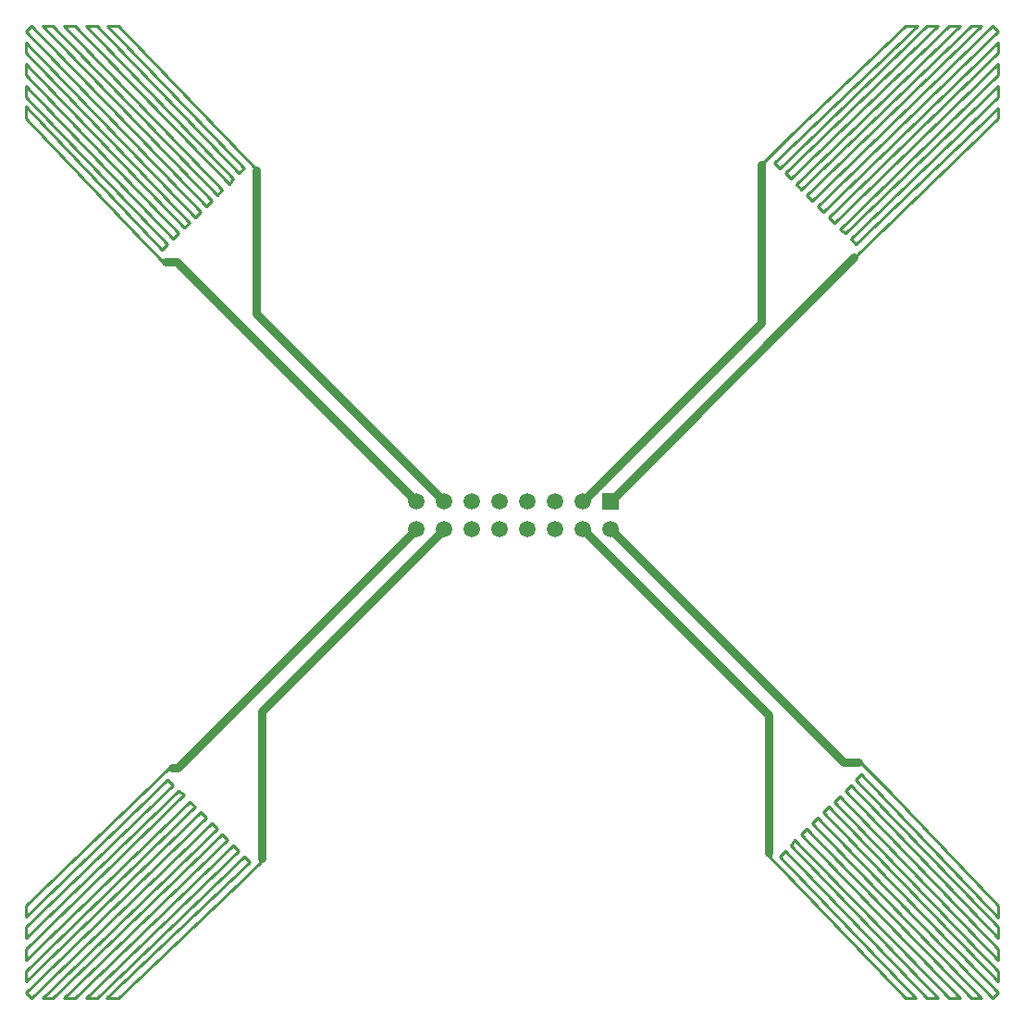
<source format=gtl>
G04 Layer_Physical_Order=1*
G04 Layer_Color=255*
%FSLAX25Y25*%
%MOIN*%
G70*
G01*
G75*
%ADD10C,0.03150*%
%ADD11C,0.01000*%
%ADD12R,0.05906X0.05906*%
%ADD13C,0.05906*%
D10*
X85039Y248661D02*
Y300394D01*
Y248661D02*
X152598Y181102D01*
X52362Y267323D02*
X56378D01*
X142598Y181102D01*
X266929Y245433D02*
Y302362D01*
X202598Y181102D02*
X266929Y245433D01*
X212598Y181102D02*
X300394Y268898D01*
X269685Y54331D02*
Y104016D01*
X202598Y171102D02*
X269685Y104016D01*
X296693Y87008D02*
X301969D01*
X212598Y171102D02*
X296693Y87008D01*
X87008Y52362D02*
Y105512D01*
X152598Y171102D01*
X54724Y85039D02*
X56535D01*
X142598Y171102D01*
D11*
X35433Y352362D02*
X84605Y301142D01*
X31496Y352362D02*
X35433D01*
X31496D02*
X80709Y301181D01*
X78740Y299213D02*
X80709Y301181D01*
X27559Y352362D02*
X78740Y299213D01*
X23622Y352362D02*
X27559D01*
X23622D02*
X76772Y297244D01*
X75197Y295276D02*
X76772Y297244D01*
X19685Y352362D02*
X75197Y295276D01*
X15748Y352362D02*
X19685D01*
X15748D02*
X72835Y293307D01*
X70866Y291339D02*
X72835Y293307D01*
X11811Y352362D02*
X70866Y291339D01*
X7874Y352362D02*
X11811D01*
X7874D02*
X68898Y289370D01*
X66929Y287402D02*
X68898Y289370D01*
X3937Y352362D02*
X66929Y287402D01*
X1969Y350394D02*
X3937Y352362D01*
X1969Y350394D02*
X64961Y285433D01*
X62992Y283465D02*
X64961Y285433D01*
X1969Y346457D02*
X62992Y283465D01*
X1969Y342520D02*
Y346457D01*
Y342520D02*
X61024Y281496D01*
X59055Y279528D02*
X61024Y281496D01*
X1969Y338583D02*
X59055Y279528D01*
X1969Y334646D02*
Y338583D01*
Y334646D02*
X57087Y277559D01*
X55118Y275591D02*
X57087Y277559D01*
X1969Y330709D02*
X55118Y275591D01*
X1969Y326772D02*
Y330709D01*
Y326772D02*
X53150Y273622D01*
X51181Y271654D02*
X53150Y273622D01*
X1969Y323228D02*
X51181Y271654D01*
X1969Y318898D02*
Y323228D01*
Y318898D02*
X41339Y277559D01*
X51181Y267717D01*
X1969Y35433D02*
X53189Y84605D01*
X1969Y31496D02*
Y35433D01*
Y31496D02*
X53150Y80709D01*
X55118Y78740D01*
X1969Y27559D02*
X55118Y78740D01*
X1969Y23622D02*
Y27559D01*
Y23622D02*
X57087Y76772D01*
X59055Y75197D01*
X1969Y19685D02*
X59055Y75197D01*
X1969Y15748D02*
Y19685D01*
Y15748D02*
X61024Y72835D01*
X62992Y70866D01*
X1969Y11811D02*
X62992Y70866D01*
X1969Y7874D02*
Y11811D01*
Y7874D02*
X64961Y68898D01*
X66929Y66929D01*
X1969Y3937D02*
X66929Y66929D01*
X1969Y3937D02*
X3937Y1969D01*
X68898Y64961D01*
X70866Y62992D01*
X7874Y1969D02*
X70866Y62992D01*
X7874Y1969D02*
X11811D01*
X72835Y61024D01*
X74803Y59055D01*
X15748Y1969D02*
X74803Y59055D01*
X15748Y1969D02*
X19685D01*
X76772Y57087D01*
X78740Y55118D01*
X23622Y1969D02*
X78740Y55118D01*
X23622Y1969D02*
X27559D01*
X80709Y53150D01*
X82677Y51181D01*
X31102Y1969D02*
X82677Y51181D01*
X31102Y1969D02*
X35433D01*
X76772Y41339D01*
X86614Y51181D01*
X303150Y86614D02*
X312992Y76772D01*
X352362Y35433D01*
Y31102D02*
Y35433D01*
X303150Y82677D02*
X352362Y31102D01*
X301181Y80709D02*
X303150Y82677D01*
X301181Y80709D02*
X352362Y27559D01*
Y23622D02*
Y27559D01*
X299213Y78740D02*
X352362Y23622D01*
X297244Y76772D02*
X299213Y78740D01*
X297244Y76772D02*
X352362Y19685D01*
Y15748D02*
Y19685D01*
X295276Y74803D02*
X352362Y15748D01*
X293307Y72835D02*
X295276Y74803D01*
X293307Y72835D02*
X352362Y11811D01*
Y7874D02*
Y11811D01*
X291339Y70866D02*
X352362Y7874D01*
X289370Y68898D02*
X291339Y70866D01*
X289370Y68898D02*
X352362Y3937D01*
X350394Y1969D02*
X352362Y3937D01*
X287402Y66929D02*
X350394Y1969D01*
X285433Y64961D02*
X287402Y66929D01*
X285433Y64961D02*
X346457Y1969D01*
X342520D02*
X346457D01*
X283465Y62992D02*
X342520Y1969D01*
X281496Y61024D02*
X283465Y62992D01*
X281496Y61024D02*
X338583Y1969D01*
X334646D02*
X338583D01*
X279134Y59055D02*
X334646Y1969D01*
X277559Y57087D02*
X279134Y59055D01*
X277559Y57087D02*
X330709Y1969D01*
X326772D02*
X330709D01*
X275590Y55118D02*
X326772Y1969D01*
X273622Y53150D02*
X275590Y55118D01*
X273622Y53150D02*
X322835Y1969D01*
X318898D02*
X322835D01*
X269726Y53189D02*
X318898Y1969D01*
X301575Y270142D02*
X352362Y318898D01*
Y322835D01*
X301181Y273622D02*
X352362Y322835D01*
X299213Y275590D02*
X301181Y273622D01*
X299213Y275590D02*
X352362Y326772D01*
Y330709D01*
X297244Y277559D02*
X352362Y330709D01*
X295276Y279134D02*
X297244Y277559D01*
X295276Y279134D02*
X352362Y334646D01*
Y338583D01*
X293307Y281496D02*
X352362Y338583D01*
X291339Y283465D02*
X293307Y281496D01*
X291339Y283465D02*
X352362Y342520D01*
Y346457D01*
X289370Y285433D02*
X352362Y346457D01*
X287402Y287402D02*
X289370Y285433D01*
X287402Y287402D02*
X352362Y350394D01*
X350394Y352362D02*
X352362Y350394D01*
X285433Y289370D02*
X350394Y352362D01*
X283465Y291339D02*
X285433Y289370D01*
X283465Y291339D02*
X346457Y352362D01*
X342520D02*
X346457D01*
X281496Y293307D02*
X342520Y352362D01*
X279528Y295276D02*
X281496Y293307D01*
X279528Y295276D02*
X338583Y352362D01*
X334646D02*
X338583D01*
X277559Y297244D02*
X334646Y352362D01*
X275591Y299213D02*
X277559Y297244D01*
X275591Y299213D02*
X330709Y352362D01*
X326772D02*
X330709D01*
X273622Y301181D02*
X326772Y352362D01*
X271654Y303150D02*
X273622Y301181D01*
X271654Y303150D02*
X323228Y352362D01*
X318898D02*
X323228D01*
X277559Y312992D02*
X318898Y352362D01*
X267717Y303150D02*
X277559Y312992D01*
D12*
X212598Y181102D02*
D03*
D13*
Y171102D02*
D03*
X202598Y181102D02*
D03*
Y171102D02*
D03*
X192598Y181102D02*
D03*
Y171102D02*
D03*
X182598Y181102D02*
D03*
Y171102D02*
D03*
X172598Y181102D02*
D03*
Y171102D02*
D03*
X162598Y181102D02*
D03*
Y171102D02*
D03*
X152598Y181102D02*
D03*
Y171102D02*
D03*
X142598Y181102D02*
D03*
Y171102D02*
D03*
M02*

</source>
